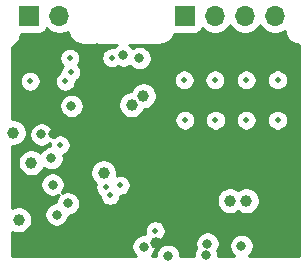
<source format=gbr>
%TF.GenerationSoftware,KiCad,Pcbnew,5.1.9*%
%TF.CreationDate,2021-01-20T22:35:35+01:00*%
%TF.ProjectId,wi-se-rewirable,77692d73-652d-4726-9577-697261626c65,rev?*%
%TF.SameCoordinates,Original*%
%TF.FileFunction,Copper,L2,Inr*%
%TF.FilePolarity,Positive*%
%FSLAX46Y46*%
G04 Gerber Fmt 4.6, Leading zero omitted, Abs format (unit mm)*
G04 Created by KiCad (PCBNEW 5.1.9) date 2021-01-20 22:35:35*
%MOMM*%
%LPD*%
G01*
G04 APERTURE LIST*
%TA.AperFunction,ComponentPad*%
%ADD10R,1.700000X1.700000*%
%TD*%
%TA.AperFunction,ComponentPad*%
%ADD11O,1.700000X1.700000*%
%TD*%
%TA.AperFunction,ViaPad*%
%ADD12C,1.000000*%
%TD*%
%TA.AperFunction,ViaPad*%
%ADD13C,0.800000*%
%TD*%
%TA.AperFunction,ViaPad*%
%ADD14C,0.500000*%
%TD*%
%TA.AperFunction,Conductor*%
%ADD15C,0.254000*%
%TD*%
%TA.AperFunction,Conductor*%
%ADD16C,0.100000*%
%TD*%
G04 APERTURE END LIST*
D10*
%TO.N,RTS*%
%TO.C,J1*%
X104750000Y-65000000D03*
D11*
%TO.N,DTR*%
X107290000Y-65000000D03*
%TD*%
D10*
%TO.N,LINE1*%
%TO.C,J2*%
X117920000Y-65000000D03*
D11*
%TO.N,LINE2*%
X120460000Y-65000000D03*
%TO.N,LINE3*%
X123000000Y-65000000D03*
%TO.N,LINE4*%
X125540000Y-65000000D03*
%TD*%
D12*
%TO.N,VCC*%
X123100000Y-80625000D03*
D13*
%TO.N,GND*%
X118260000Y-77090000D03*
X123490000Y-77090000D03*
X126010000Y-77080000D03*
D14*
X103700000Y-68450000D03*
D12*
X113850000Y-74850000D03*
X114425000Y-73600000D03*
D13*
X110466252Y-67700000D03*
X106750000Y-74950000D03*
D12*
X103850000Y-79450000D03*
X115479044Y-84229269D03*
D13*
X120784034Y-77100965D03*
X127025000Y-83100000D03*
D12*
X113900000Y-76000000D03*
%TO.N,+3V3*%
X103850000Y-82250000D03*
X113400000Y-72500000D03*
X103375000Y-74860000D03*
X114400000Y-71750010D03*
X121725000Y-80625000D03*
D13*
%TO.N,EN*%
X105751724Y-75008722D03*
X108000000Y-80850000D03*
%TO.N,BOOT0*%
X108300000Y-72589998D03*
D14*
X107350000Y-75900000D03*
X111570598Y-80179402D03*
X112419128Y-79330872D03*
%TO.N,RST*%
X111702357Y-68520734D03*
X108250000Y-69750000D03*
X108150000Y-68550000D03*
%TO.N,LED_WIFI*%
X115394863Y-83155137D03*
X111200000Y-79500000D03*
D13*
X106706295Y-79265037D03*
X106600000Y-77020000D03*
%TO.N,Net-(D1-Pad1)*%
X116500000Y-85300000D03*
%TO.N,Net-(D2-Pad1)*%
X119700000Y-85250000D03*
%TO.N,Net-(D3-Pad1)*%
X122700000Y-84450000D03*
%TO.N,Net-(D4-Pad1)*%
X119816841Y-84256848D03*
D14*
%TO.N,TXD*%
X120500000Y-73800000D03*
X117900000Y-73800000D03*
X123100000Y-73800000D03*
X125750000Y-73800000D03*
%TO.N,RXD*%
X117850000Y-70400000D03*
X120450000Y-70400000D03*
X123100000Y-70400000D03*
X125750000Y-70400000D03*
%TO.N,RTS*%
X107793316Y-70517571D03*
X104800001Y-70520818D03*
D13*
%TO.N,Net-(R10-Pad1)*%
X107050000Y-81800000D03*
%TO.N,Net-(R11-Pad1)*%
X114050000Y-68550000D03*
%TO.N,Net-(R12-Pad1)*%
X112677118Y-68321076D03*
%TO.N,Net-(R13-Pad2)*%
X114415030Y-84508335D03*
D12*
%TO.N,Net-(JP18-Pad1)*%
X104901724Y-77420000D03*
X111020000Y-78250000D03*
%TD*%
D15*
%TO.N,GND*%
X124386525Y-65946632D02*
X124593368Y-66153475D01*
X124836589Y-66315990D01*
X125106842Y-66427932D01*
X125393740Y-66485000D01*
X125686260Y-66485000D01*
X125973158Y-66427932D01*
X126243411Y-66315990D01*
X126346169Y-66247330D01*
X126355870Y-66339634D01*
X126367900Y-66398240D01*
X126379107Y-66456992D01*
X126381771Y-66465814D01*
X126416398Y-66577676D01*
X126439578Y-66632819D01*
X126461986Y-66688282D01*
X126466312Y-66696418D01*
X126522007Y-66799425D01*
X126555443Y-66848995D01*
X126588215Y-66899077D01*
X126594040Y-66906218D01*
X126668682Y-66996444D01*
X126711116Y-67038582D01*
X126752978Y-67081331D01*
X126760078Y-67087204D01*
X126850824Y-67161215D01*
X126900620Y-67194299D01*
X126950008Y-67228116D01*
X126958114Y-67232498D01*
X127061507Y-67287474D01*
X127116799Y-67310263D01*
X127171795Y-67333835D01*
X127180598Y-67336559D01*
X127292700Y-67370404D01*
X127351365Y-67382020D01*
X127409889Y-67394460D01*
X127419054Y-67395423D01*
X127535595Y-67406850D01*
X127540000Y-67407282D01*
X127540001Y-85290000D01*
X123305802Y-85290000D01*
X123359774Y-85253937D01*
X123503937Y-85109774D01*
X123617205Y-84940256D01*
X123695226Y-84751898D01*
X123735000Y-84551939D01*
X123735000Y-84348061D01*
X123695226Y-84148102D01*
X123617205Y-83959744D01*
X123503937Y-83790226D01*
X123359774Y-83646063D01*
X123190256Y-83532795D01*
X123001898Y-83454774D01*
X122801939Y-83415000D01*
X122598061Y-83415000D01*
X122398102Y-83454774D01*
X122209744Y-83532795D01*
X122040226Y-83646063D01*
X121896063Y-83790226D01*
X121782795Y-83959744D01*
X121704774Y-84148102D01*
X121665000Y-84348061D01*
X121665000Y-84551939D01*
X121704774Y-84751898D01*
X121782795Y-84940256D01*
X121896063Y-85109774D01*
X122040226Y-85253937D01*
X122094198Y-85290000D01*
X120735000Y-85290000D01*
X120735000Y-85148061D01*
X120695226Y-84948102D01*
X120658686Y-84859888D01*
X120734046Y-84747104D01*
X120812067Y-84558746D01*
X120851841Y-84358787D01*
X120851841Y-84154909D01*
X120812067Y-83954950D01*
X120734046Y-83766592D01*
X120620778Y-83597074D01*
X120476615Y-83452911D01*
X120307097Y-83339643D01*
X120118739Y-83261622D01*
X119918780Y-83221848D01*
X119714902Y-83221848D01*
X119514943Y-83261622D01*
X119326585Y-83339643D01*
X119157067Y-83452911D01*
X119012904Y-83597074D01*
X118899636Y-83766592D01*
X118821615Y-83954950D01*
X118781841Y-84154909D01*
X118781841Y-84358787D01*
X118821615Y-84558746D01*
X118858155Y-84646960D01*
X118782795Y-84759744D01*
X118704774Y-84948102D01*
X118665000Y-85148061D01*
X118665000Y-85290000D01*
X117535000Y-85290000D01*
X117535000Y-85198061D01*
X117495226Y-84998102D01*
X117417205Y-84809744D01*
X117303937Y-84640226D01*
X117159774Y-84496063D01*
X116990256Y-84382795D01*
X116801898Y-84304774D01*
X116601939Y-84265000D01*
X116398061Y-84265000D01*
X116198102Y-84304774D01*
X116009744Y-84382795D01*
X115840226Y-84496063D01*
X115696063Y-84640226D01*
X115582795Y-84809744D01*
X115504774Y-84998102D01*
X115465000Y-85198061D01*
X115465000Y-85290000D01*
X115097076Y-85290000D01*
X115218967Y-85168109D01*
X115332235Y-84998591D01*
X115410256Y-84810233D01*
X115450030Y-84610274D01*
X115450030Y-84406396D01*
X115410256Y-84206437D01*
X115341372Y-84040137D01*
X115482028Y-84040137D01*
X115653008Y-84006127D01*
X115814068Y-83939414D01*
X115959018Y-83842561D01*
X116082287Y-83719292D01*
X116179140Y-83574342D01*
X116245853Y-83413282D01*
X116279863Y-83242302D01*
X116279863Y-83067972D01*
X116245853Y-82896992D01*
X116179140Y-82735932D01*
X116082287Y-82590982D01*
X115959018Y-82467713D01*
X115814068Y-82370860D01*
X115653008Y-82304147D01*
X115482028Y-82270137D01*
X115307698Y-82270137D01*
X115136718Y-82304147D01*
X114975658Y-82370860D01*
X114830708Y-82467713D01*
X114707439Y-82590982D01*
X114610586Y-82735932D01*
X114543873Y-82896992D01*
X114509863Y-83067972D01*
X114509863Y-83242302D01*
X114543873Y-83413282D01*
X114573397Y-83484559D01*
X114516969Y-83473335D01*
X114313091Y-83473335D01*
X114113132Y-83513109D01*
X113924774Y-83591130D01*
X113755256Y-83704398D01*
X113611093Y-83848561D01*
X113497825Y-84018079D01*
X113419804Y-84206437D01*
X113380030Y-84406396D01*
X113380030Y-84610274D01*
X113419804Y-84810233D01*
X113497825Y-84998591D01*
X113611093Y-85168109D01*
X113732984Y-85290000D01*
X103310000Y-85290000D01*
X103310000Y-83254236D01*
X103312376Y-83255824D01*
X103518933Y-83341383D01*
X103738212Y-83385000D01*
X103961788Y-83385000D01*
X104181067Y-83341383D01*
X104387624Y-83255824D01*
X104573520Y-83131612D01*
X104731612Y-82973520D01*
X104855824Y-82787624D01*
X104941383Y-82581067D01*
X104985000Y-82361788D01*
X104985000Y-82138212D01*
X104941383Y-81918933D01*
X104855824Y-81712376D01*
X104731612Y-81526480D01*
X104573520Y-81368388D01*
X104387624Y-81244176D01*
X104181067Y-81158617D01*
X103961788Y-81115000D01*
X103738212Y-81115000D01*
X103518933Y-81158617D01*
X103312376Y-81244176D01*
X103310000Y-81245764D01*
X103310000Y-79163098D01*
X105671295Y-79163098D01*
X105671295Y-79366976D01*
X105711069Y-79566935D01*
X105789090Y-79755293D01*
X105902358Y-79924811D01*
X106046521Y-80068974D01*
X106216039Y-80182242D01*
X106404397Y-80260263D01*
X106604356Y-80300037D01*
X106808234Y-80300037D01*
X107008193Y-80260263D01*
X107196551Y-80182242D01*
X107219141Y-80167148D01*
X107196063Y-80190226D01*
X107082795Y-80359744D01*
X107004774Y-80548102D01*
X106965000Y-80748061D01*
X106965000Y-80765000D01*
X106948061Y-80765000D01*
X106748102Y-80804774D01*
X106559744Y-80882795D01*
X106390226Y-80996063D01*
X106246063Y-81140226D01*
X106132795Y-81309744D01*
X106054774Y-81498102D01*
X106015000Y-81698061D01*
X106015000Y-81901939D01*
X106054774Y-82101898D01*
X106132795Y-82290256D01*
X106246063Y-82459774D01*
X106390226Y-82603937D01*
X106559744Y-82717205D01*
X106748102Y-82795226D01*
X106948061Y-82835000D01*
X107151939Y-82835000D01*
X107351898Y-82795226D01*
X107540256Y-82717205D01*
X107709774Y-82603937D01*
X107853937Y-82459774D01*
X107967205Y-82290256D01*
X108045226Y-82101898D01*
X108085000Y-81901939D01*
X108085000Y-81885000D01*
X108101939Y-81885000D01*
X108301898Y-81845226D01*
X108490256Y-81767205D01*
X108659774Y-81653937D01*
X108803937Y-81509774D01*
X108917205Y-81340256D01*
X108995226Y-81151898D01*
X109035000Y-80951939D01*
X109035000Y-80748061D01*
X108995226Y-80548102D01*
X108917205Y-80359744D01*
X108803937Y-80190226D01*
X108659774Y-80046063D01*
X108490256Y-79932795D01*
X108301898Y-79854774D01*
X108101939Y-79815000D01*
X107898061Y-79815000D01*
X107698102Y-79854774D01*
X107509744Y-79932795D01*
X107487154Y-79947889D01*
X107510232Y-79924811D01*
X107623500Y-79755293D01*
X107701521Y-79566935D01*
X107741295Y-79366976D01*
X107741295Y-79163098D01*
X107701521Y-78963139D01*
X107623500Y-78774781D01*
X107510232Y-78605263D01*
X107366069Y-78461100D01*
X107196551Y-78347832D01*
X107008193Y-78269811D01*
X106808234Y-78230037D01*
X106604356Y-78230037D01*
X106404397Y-78269811D01*
X106216039Y-78347832D01*
X106046521Y-78461100D01*
X105902358Y-78605263D01*
X105789090Y-78774781D01*
X105711069Y-78963139D01*
X105671295Y-79163098D01*
X103310000Y-79163098D01*
X103310000Y-77308212D01*
X103766724Y-77308212D01*
X103766724Y-77531788D01*
X103810341Y-77751067D01*
X103895900Y-77957624D01*
X104020112Y-78143520D01*
X104178204Y-78301612D01*
X104364100Y-78425824D01*
X104570657Y-78511383D01*
X104789936Y-78555000D01*
X105013512Y-78555000D01*
X105232791Y-78511383D01*
X105439348Y-78425824D01*
X105625244Y-78301612D01*
X105783336Y-78143520D01*
X105786882Y-78138212D01*
X109885000Y-78138212D01*
X109885000Y-78361788D01*
X109928617Y-78581067D01*
X110014176Y-78787624D01*
X110138388Y-78973520D01*
X110296480Y-79131612D01*
X110373388Y-79183001D01*
X110349010Y-79241855D01*
X110315000Y-79412835D01*
X110315000Y-79587165D01*
X110349010Y-79758145D01*
X110415723Y-79919205D01*
X110512576Y-80064155D01*
X110635845Y-80187424D01*
X110685598Y-80220668D01*
X110685598Y-80266567D01*
X110719608Y-80437547D01*
X110786321Y-80598607D01*
X110883174Y-80743557D01*
X111006443Y-80866826D01*
X111151393Y-80963679D01*
X111312453Y-81030392D01*
X111483433Y-81064402D01*
X111657763Y-81064402D01*
X111828743Y-81030392D01*
X111989803Y-80963679D01*
X112134753Y-80866826D01*
X112258022Y-80743557D01*
X112354875Y-80598607D01*
X112390246Y-80513212D01*
X120590000Y-80513212D01*
X120590000Y-80736788D01*
X120633617Y-80956067D01*
X120719176Y-81162624D01*
X120843388Y-81348520D01*
X121001480Y-81506612D01*
X121187376Y-81630824D01*
X121393933Y-81716383D01*
X121613212Y-81760000D01*
X121836788Y-81760000D01*
X122056067Y-81716383D01*
X122262624Y-81630824D01*
X122412500Y-81530680D01*
X122562376Y-81630824D01*
X122768933Y-81716383D01*
X122988212Y-81760000D01*
X123211788Y-81760000D01*
X123431067Y-81716383D01*
X123637624Y-81630824D01*
X123823520Y-81506612D01*
X123981612Y-81348520D01*
X124105824Y-81162624D01*
X124191383Y-80956067D01*
X124235000Y-80736788D01*
X124235000Y-80513212D01*
X124191383Y-80293933D01*
X124105824Y-80087376D01*
X123981612Y-79901480D01*
X123823520Y-79743388D01*
X123637624Y-79619176D01*
X123431067Y-79533617D01*
X123211788Y-79490000D01*
X122988212Y-79490000D01*
X122768933Y-79533617D01*
X122562376Y-79619176D01*
X122412500Y-79719320D01*
X122262624Y-79619176D01*
X122056067Y-79533617D01*
X121836788Y-79490000D01*
X121613212Y-79490000D01*
X121393933Y-79533617D01*
X121187376Y-79619176D01*
X121001480Y-79743388D01*
X120843388Y-79901480D01*
X120719176Y-80087376D01*
X120633617Y-80293933D01*
X120590000Y-80513212D01*
X112390246Y-80513212D01*
X112421588Y-80437547D01*
X112455598Y-80266567D01*
X112455598Y-80215872D01*
X112506293Y-80215872D01*
X112677273Y-80181862D01*
X112838333Y-80115149D01*
X112983283Y-80018296D01*
X113106552Y-79895027D01*
X113203405Y-79750077D01*
X113270118Y-79589017D01*
X113304128Y-79418037D01*
X113304128Y-79243707D01*
X113270118Y-79072727D01*
X113203405Y-78911667D01*
X113106552Y-78766717D01*
X112983283Y-78643448D01*
X112838333Y-78546595D01*
X112677273Y-78479882D01*
X112506293Y-78445872D01*
X112331963Y-78445872D01*
X112160983Y-78479882D01*
X112128863Y-78493186D01*
X112155000Y-78361788D01*
X112155000Y-78138212D01*
X112111383Y-77918933D01*
X112025824Y-77712376D01*
X111901612Y-77526480D01*
X111743520Y-77368388D01*
X111557624Y-77244176D01*
X111351067Y-77158617D01*
X111131788Y-77115000D01*
X110908212Y-77115000D01*
X110688933Y-77158617D01*
X110482376Y-77244176D01*
X110296480Y-77368388D01*
X110138388Y-77526480D01*
X110014176Y-77712376D01*
X109928617Y-77918933D01*
X109885000Y-78138212D01*
X105786882Y-78138212D01*
X105907548Y-77957624D01*
X105958003Y-77835815D01*
X106109744Y-77937205D01*
X106298102Y-78015226D01*
X106498061Y-78055000D01*
X106701939Y-78055000D01*
X106901898Y-78015226D01*
X107090256Y-77937205D01*
X107259774Y-77823937D01*
X107403937Y-77679774D01*
X107517205Y-77510256D01*
X107595226Y-77321898D01*
X107635000Y-77121939D01*
X107635000Y-76918061D01*
X107602010Y-76752210D01*
X107608145Y-76750990D01*
X107769205Y-76684277D01*
X107914155Y-76587424D01*
X108037424Y-76464155D01*
X108134277Y-76319205D01*
X108200990Y-76158145D01*
X108235000Y-75987165D01*
X108235000Y-75812835D01*
X108200990Y-75641855D01*
X108134277Y-75480795D01*
X108037424Y-75335845D01*
X107914155Y-75212576D01*
X107769205Y-75115723D01*
X107608145Y-75049010D01*
X107437165Y-75015000D01*
X107262835Y-75015000D01*
X107091855Y-75049010D01*
X106930795Y-75115723D01*
X106785845Y-75212576D01*
X106761637Y-75236784D01*
X106786724Y-75110661D01*
X106786724Y-74906783D01*
X106746950Y-74706824D01*
X106668929Y-74518466D01*
X106555661Y-74348948D01*
X106411498Y-74204785D01*
X106241980Y-74091517D01*
X106053622Y-74013496D01*
X105853663Y-73973722D01*
X105649785Y-73973722D01*
X105449826Y-74013496D01*
X105261468Y-74091517D01*
X105091950Y-74204785D01*
X104947787Y-74348948D01*
X104834519Y-74518466D01*
X104756498Y-74706824D01*
X104716724Y-74906783D01*
X104716724Y-75110661D01*
X104756498Y-75310620D01*
X104834519Y-75498978D01*
X104947787Y-75668496D01*
X105091950Y-75812659D01*
X105261468Y-75925927D01*
X105449826Y-76003948D01*
X105649785Y-76043722D01*
X105853663Y-76043722D01*
X106053622Y-76003948D01*
X106241980Y-75925927D01*
X106411498Y-75812659D01*
X106478328Y-75745829D01*
X106465000Y-75812835D01*
X106465000Y-75987165D01*
X106465844Y-75991408D01*
X106298102Y-76024774D01*
X106109744Y-76102795D01*
X105940226Y-76216063D01*
X105796063Y-76360226D01*
X105682795Y-76529744D01*
X105663407Y-76576551D01*
X105625244Y-76538388D01*
X105439348Y-76414176D01*
X105232791Y-76328617D01*
X105013512Y-76285000D01*
X104789936Y-76285000D01*
X104570657Y-76328617D01*
X104364100Y-76414176D01*
X104178204Y-76538388D01*
X104020112Y-76696480D01*
X103895900Y-76882376D01*
X103810341Y-77088933D01*
X103766724Y-77308212D01*
X103310000Y-77308212D01*
X103310000Y-75995000D01*
X103486788Y-75995000D01*
X103706067Y-75951383D01*
X103912624Y-75865824D01*
X104098520Y-75741612D01*
X104256612Y-75583520D01*
X104380824Y-75397624D01*
X104466383Y-75191067D01*
X104510000Y-74971788D01*
X104510000Y-74748212D01*
X104466383Y-74528933D01*
X104380824Y-74322376D01*
X104256612Y-74136480D01*
X104098520Y-73978388D01*
X103912624Y-73854176D01*
X103706067Y-73768617D01*
X103486788Y-73725000D01*
X103310000Y-73725000D01*
X103310000Y-73712835D01*
X117015000Y-73712835D01*
X117015000Y-73887165D01*
X117049010Y-74058145D01*
X117115723Y-74219205D01*
X117212576Y-74364155D01*
X117335845Y-74487424D01*
X117480795Y-74584277D01*
X117641855Y-74650990D01*
X117812835Y-74685000D01*
X117987165Y-74685000D01*
X118158145Y-74650990D01*
X118319205Y-74584277D01*
X118464155Y-74487424D01*
X118587424Y-74364155D01*
X118684277Y-74219205D01*
X118750990Y-74058145D01*
X118785000Y-73887165D01*
X118785000Y-73712835D01*
X119615000Y-73712835D01*
X119615000Y-73887165D01*
X119649010Y-74058145D01*
X119715723Y-74219205D01*
X119812576Y-74364155D01*
X119935845Y-74487424D01*
X120080795Y-74584277D01*
X120241855Y-74650990D01*
X120412835Y-74685000D01*
X120587165Y-74685000D01*
X120758145Y-74650990D01*
X120919205Y-74584277D01*
X121064155Y-74487424D01*
X121187424Y-74364155D01*
X121284277Y-74219205D01*
X121350990Y-74058145D01*
X121385000Y-73887165D01*
X121385000Y-73712835D01*
X122215000Y-73712835D01*
X122215000Y-73887165D01*
X122249010Y-74058145D01*
X122315723Y-74219205D01*
X122412576Y-74364155D01*
X122535845Y-74487424D01*
X122680795Y-74584277D01*
X122841855Y-74650990D01*
X123012835Y-74685000D01*
X123187165Y-74685000D01*
X123358145Y-74650990D01*
X123519205Y-74584277D01*
X123664155Y-74487424D01*
X123787424Y-74364155D01*
X123884277Y-74219205D01*
X123950990Y-74058145D01*
X123985000Y-73887165D01*
X123985000Y-73712835D01*
X124865000Y-73712835D01*
X124865000Y-73887165D01*
X124899010Y-74058145D01*
X124965723Y-74219205D01*
X125062576Y-74364155D01*
X125185845Y-74487424D01*
X125330795Y-74584277D01*
X125491855Y-74650990D01*
X125662835Y-74685000D01*
X125837165Y-74685000D01*
X126008145Y-74650990D01*
X126169205Y-74584277D01*
X126314155Y-74487424D01*
X126437424Y-74364155D01*
X126534277Y-74219205D01*
X126600990Y-74058145D01*
X126635000Y-73887165D01*
X126635000Y-73712835D01*
X126600990Y-73541855D01*
X126534277Y-73380795D01*
X126437424Y-73235845D01*
X126314155Y-73112576D01*
X126169205Y-73015723D01*
X126008145Y-72949010D01*
X125837165Y-72915000D01*
X125662835Y-72915000D01*
X125491855Y-72949010D01*
X125330795Y-73015723D01*
X125185845Y-73112576D01*
X125062576Y-73235845D01*
X124965723Y-73380795D01*
X124899010Y-73541855D01*
X124865000Y-73712835D01*
X123985000Y-73712835D01*
X123950990Y-73541855D01*
X123884277Y-73380795D01*
X123787424Y-73235845D01*
X123664155Y-73112576D01*
X123519205Y-73015723D01*
X123358145Y-72949010D01*
X123187165Y-72915000D01*
X123012835Y-72915000D01*
X122841855Y-72949010D01*
X122680795Y-73015723D01*
X122535845Y-73112576D01*
X122412576Y-73235845D01*
X122315723Y-73380795D01*
X122249010Y-73541855D01*
X122215000Y-73712835D01*
X121385000Y-73712835D01*
X121350990Y-73541855D01*
X121284277Y-73380795D01*
X121187424Y-73235845D01*
X121064155Y-73112576D01*
X120919205Y-73015723D01*
X120758145Y-72949010D01*
X120587165Y-72915000D01*
X120412835Y-72915000D01*
X120241855Y-72949010D01*
X120080795Y-73015723D01*
X119935845Y-73112576D01*
X119812576Y-73235845D01*
X119715723Y-73380795D01*
X119649010Y-73541855D01*
X119615000Y-73712835D01*
X118785000Y-73712835D01*
X118750990Y-73541855D01*
X118684277Y-73380795D01*
X118587424Y-73235845D01*
X118464155Y-73112576D01*
X118319205Y-73015723D01*
X118158145Y-72949010D01*
X117987165Y-72915000D01*
X117812835Y-72915000D01*
X117641855Y-72949010D01*
X117480795Y-73015723D01*
X117335845Y-73112576D01*
X117212576Y-73235845D01*
X117115723Y-73380795D01*
X117049010Y-73541855D01*
X117015000Y-73712835D01*
X103310000Y-73712835D01*
X103310000Y-72488059D01*
X107265000Y-72488059D01*
X107265000Y-72691937D01*
X107304774Y-72891896D01*
X107382795Y-73080254D01*
X107496063Y-73249772D01*
X107640226Y-73393935D01*
X107809744Y-73507203D01*
X107998102Y-73585224D01*
X108198061Y-73624998D01*
X108401939Y-73624998D01*
X108601898Y-73585224D01*
X108790256Y-73507203D01*
X108959774Y-73393935D01*
X109103937Y-73249772D01*
X109217205Y-73080254D01*
X109295226Y-72891896D01*
X109335000Y-72691937D01*
X109335000Y-72488059D01*
X109315140Y-72388212D01*
X112265000Y-72388212D01*
X112265000Y-72611788D01*
X112308617Y-72831067D01*
X112394176Y-73037624D01*
X112518388Y-73223520D01*
X112676480Y-73381612D01*
X112862376Y-73505824D01*
X113068933Y-73591383D01*
X113288212Y-73635000D01*
X113511788Y-73635000D01*
X113731067Y-73591383D01*
X113937624Y-73505824D01*
X114123520Y-73381612D01*
X114281612Y-73223520D01*
X114405824Y-73037624D01*
X114469039Y-72885010D01*
X114511788Y-72885010D01*
X114731067Y-72841393D01*
X114937624Y-72755834D01*
X115123520Y-72631622D01*
X115281612Y-72473530D01*
X115405824Y-72287634D01*
X115491383Y-72081077D01*
X115535000Y-71861798D01*
X115535000Y-71638222D01*
X115491383Y-71418943D01*
X115405824Y-71212386D01*
X115281612Y-71026490D01*
X115123520Y-70868398D01*
X114937624Y-70744186D01*
X114731067Y-70658627D01*
X114511788Y-70615010D01*
X114288212Y-70615010D01*
X114068933Y-70658627D01*
X113862376Y-70744186D01*
X113676480Y-70868398D01*
X113518388Y-71026490D01*
X113394176Y-71212386D01*
X113330961Y-71365000D01*
X113288212Y-71365000D01*
X113068933Y-71408617D01*
X112862376Y-71494176D01*
X112676480Y-71618388D01*
X112518388Y-71776480D01*
X112394176Y-71962376D01*
X112308617Y-72168933D01*
X112265000Y-72388212D01*
X109315140Y-72388212D01*
X109295226Y-72288100D01*
X109217205Y-72099742D01*
X109103937Y-71930224D01*
X108959774Y-71786061D01*
X108790256Y-71672793D01*
X108601898Y-71594772D01*
X108401939Y-71554998D01*
X108198061Y-71554998D01*
X107998102Y-71594772D01*
X107809744Y-71672793D01*
X107640226Y-71786061D01*
X107496063Y-71930224D01*
X107382795Y-72099742D01*
X107304774Y-72288100D01*
X107265000Y-72488059D01*
X103310000Y-72488059D01*
X103310000Y-70433653D01*
X103915001Y-70433653D01*
X103915001Y-70607983D01*
X103949011Y-70778963D01*
X104015724Y-70940023D01*
X104112577Y-71084973D01*
X104235846Y-71208242D01*
X104380796Y-71305095D01*
X104541856Y-71371808D01*
X104712836Y-71405818D01*
X104887166Y-71405818D01*
X105058146Y-71371808D01*
X105219206Y-71305095D01*
X105364156Y-71208242D01*
X105487425Y-71084973D01*
X105584278Y-70940023D01*
X105650991Y-70778963D01*
X105685001Y-70607983D01*
X105685001Y-70433653D01*
X105684356Y-70430406D01*
X106908316Y-70430406D01*
X106908316Y-70604736D01*
X106942326Y-70775716D01*
X107009039Y-70936776D01*
X107105892Y-71081726D01*
X107229161Y-71204995D01*
X107374111Y-71301848D01*
X107535171Y-71368561D01*
X107706151Y-71402571D01*
X107880481Y-71402571D01*
X108051461Y-71368561D01*
X108212521Y-71301848D01*
X108357471Y-71204995D01*
X108480740Y-71081726D01*
X108577593Y-70936776D01*
X108644306Y-70775716D01*
X108678316Y-70604736D01*
X108678316Y-70528189D01*
X108814155Y-70437424D01*
X108937424Y-70314155D01*
X108938306Y-70312835D01*
X116965000Y-70312835D01*
X116965000Y-70487165D01*
X116999010Y-70658145D01*
X117065723Y-70819205D01*
X117162576Y-70964155D01*
X117285845Y-71087424D01*
X117430795Y-71184277D01*
X117591855Y-71250990D01*
X117762835Y-71285000D01*
X117937165Y-71285000D01*
X118108145Y-71250990D01*
X118269205Y-71184277D01*
X118414155Y-71087424D01*
X118537424Y-70964155D01*
X118634277Y-70819205D01*
X118700990Y-70658145D01*
X118735000Y-70487165D01*
X118735000Y-70312835D01*
X119565000Y-70312835D01*
X119565000Y-70487165D01*
X119599010Y-70658145D01*
X119665723Y-70819205D01*
X119762576Y-70964155D01*
X119885845Y-71087424D01*
X120030795Y-71184277D01*
X120191855Y-71250990D01*
X120362835Y-71285000D01*
X120537165Y-71285000D01*
X120708145Y-71250990D01*
X120869205Y-71184277D01*
X121014155Y-71087424D01*
X121137424Y-70964155D01*
X121234277Y-70819205D01*
X121300990Y-70658145D01*
X121335000Y-70487165D01*
X121335000Y-70312835D01*
X122215000Y-70312835D01*
X122215000Y-70487165D01*
X122249010Y-70658145D01*
X122315723Y-70819205D01*
X122412576Y-70964155D01*
X122535845Y-71087424D01*
X122680795Y-71184277D01*
X122841855Y-71250990D01*
X123012835Y-71285000D01*
X123187165Y-71285000D01*
X123358145Y-71250990D01*
X123519205Y-71184277D01*
X123664155Y-71087424D01*
X123787424Y-70964155D01*
X123884277Y-70819205D01*
X123950990Y-70658145D01*
X123985000Y-70487165D01*
X123985000Y-70312835D01*
X124865000Y-70312835D01*
X124865000Y-70487165D01*
X124899010Y-70658145D01*
X124965723Y-70819205D01*
X125062576Y-70964155D01*
X125185845Y-71087424D01*
X125330795Y-71184277D01*
X125491855Y-71250990D01*
X125662835Y-71285000D01*
X125837165Y-71285000D01*
X126008145Y-71250990D01*
X126169205Y-71184277D01*
X126314155Y-71087424D01*
X126437424Y-70964155D01*
X126534277Y-70819205D01*
X126600990Y-70658145D01*
X126635000Y-70487165D01*
X126635000Y-70312835D01*
X126600990Y-70141855D01*
X126534277Y-69980795D01*
X126437424Y-69835845D01*
X126314155Y-69712576D01*
X126169205Y-69615723D01*
X126008145Y-69549010D01*
X125837165Y-69515000D01*
X125662835Y-69515000D01*
X125491855Y-69549010D01*
X125330795Y-69615723D01*
X125185845Y-69712576D01*
X125062576Y-69835845D01*
X124965723Y-69980795D01*
X124899010Y-70141855D01*
X124865000Y-70312835D01*
X123985000Y-70312835D01*
X123950990Y-70141855D01*
X123884277Y-69980795D01*
X123787424Y-69835845D01*
X123664155Y-69712576D01*
X123519205Y-69615723D01*
X123358145Y-69549010D01*
X123187165Y-69515000D01*
X123012835Y-69515000D01*
X122841855Y-69549010D01*
X122680795Y-69615723D01*
X122535845Y-69712576D01*
X122412576Y-69835845D01*
X122315723Y-69980795D01*
X122249010Y-70141855D01*
X122215000Y-70312835D01*
X121335000Y-70312835D01*
X121300990Y-70141855D01*
X121234277Y-69980795D01*
X121137424Y-69835845D01*
X121014155Y-69712576D01*
X120869205Y-69615723D01*
X120708145Y-69549010D01*
X120537165Y-69515000D01*
X120362835Y-69515000D01*
X120191855Y-69549010D01*
X120030795Y-69615723D01*
X119885845Y-69712576D01*
X119762576Y-69835845D01*
X119665723Y-69980795D01*
X119599010Y-70141855D01*
X119565000Y-70312835D01*
X118735000Y-70312835D01*
X118700990Y-70141855D01*
X118634277Y-69980795D01*
X118537424Y-69835845D01*
X118414155Y-69712576D01*
X118269205Y-69615723D01*
X118108145Y-69549010D01*
X117937165Y-69515000D01*
X117762835Y-69515000D01*
X117591855Y-69549010D01*
X117430795Y-69615723D01*
X117285845Y-69712576D01*
X117162576Y-69835845D01*
X117065723Y-69980795D01*
X116999010Y-70141855D01*
X116965000Y-70312835D01*
X108938306Y-70312835D01*
X109034277Y-70169205D01*
X109100990Y-70008145D01*
X109135000Y-69837165D01*
X109135000Y-69662835D01*
X109100990Y-69491855D01*
X109034277Y-69330795D01*
X108937424Y-69185845D01*
X108848763Y-69097184D01*
X108934277Y-68969205D01*
X109000990Y-68808145D01*
X109035000Y-68637165D01*
X109035000Y-68462835D01*
X109000990Y-68291855D01*
X108934277Y-68130795D01*
X108837424Y-67985845D01*
X108714155Y-67862576D01*
X108569205Y-67765723D01*
X108408145Y-67699010D01*
X108237165Y-67665000D01*
X108062835Y-67665000D01*
X107891855Y-67699010D01*
X107730795Y-67765723D01*
X107585845Y-67862576D01*
X107462576Y-67985845D01*
X107365723Y-68130795D01*
X107299010Y-68291855D01*
X107265000Y-68462835D01*
X107265000Y-68637165D01*
X107299010Y-68808145D01*
X107365723Y-68969205D01*
X107462576Y-69114155D01*
X107551237Y-69202816D01*
X107465723Y-69330795D01*
X107399010Y-69491855D01*
X107365000Y-69662835D01*
X107365000Y-69739382D01*
X107229161Y-69830147D01*
X107105892Y-69953416D01*
X107009039Y-70098366D01*
X106942326Y-70259426D01*
X106908316Y-70430406D01*
X105684356Y-70430406D01*
X105650991Y-70262673D01*
X105584278Y-70101613D01*
X105487425Y-69956663D01*
X105364156Y-69833394D01*
X105219206Y-69736541D01*
X105058146Y-69669828D01*
X104887166Y-69635818D01*
X104712836Y-69635818D01*
X104541856Y-69669828D01*
X104380796Y-69736541D01*
X104235846Y-69833394D01*
X104112577Y-69956663D01*
X104015724Y-70101613D01*
X103949011Y-70262673D01*
X103915001Y-70433653D01*
X103310000Y-70433653D01*
X103310000Y-67576344D01*
X103399425Y-67527993D01*
X103448995Y-67494557D01*
X103499077Y-67461785D01*
X103506218Y-67455960D01*
X103596444Y-67381318D01*
X103638582Y-67338884D01*
X103681331Y-67297022D01*
X103687204Y-67289922D01*
X103761215Y-67199176D01*
X103794299Y-67149380D01*
X103828116Y-67099992D01*
X103832498Y-67091886D01*
X103887474Y-66988493D01*
X103910263Y-66933201D01*
X103933835Y-66878205D01*
X103936559Y-66869402D01*
X103970404Y-66757300D01*
X103982020Y-66698635D01*
X103994460Y-66640111D01*
X103995423Y-66630946D01*
X104006850Y-66514405D01*
X104006850Y-66514402D01*
X104009443Y-66488072D01*
X105600000Y-66488072D01*
X105724482Y-66475812D01*
X105844180Y-66439502D01*
X105954494Y-66380537D01*
X106051185Y-66301185D01*
X106130537Y-66204494D01*
X106189502Y-66094180D01*
X106211513Y-66021620D01*
X106343368Y-66153475D01*
X106586589Y-66315990D01*
X106856842Y-66427932D01*
X107143740Y-66485000D01*
X107436260Y-66485000D01*
X107723158Y-66427932D01*
X107993411Y-66315990D01*
X108002730Y-66309763D01*
X108005870Y-66339634D01*
X108017900Y-66398240D01*
X108029107Y-66456992D01*
X108031771Y-66465814D01*
X108066398Y-66577676D01*
X108089578Y-66632819D01*
X108111986Y-66688282D01*
X108116312Y-66696418D01*
X108172007Y-66799425D01*
X108205443Y-66848995D01*
X108238215Y-66899077D01*
X108244040Y-66906218D01*
X108318682Y-66996444D01*
X108361116Y-67038582D01*
X108402978Y-67081331D01*
X108410078Y-67087204D01*
X108500824Y-67161215D01*
X108550620Y-67194299D01*
X108600008Y-67228116D01*
X108608114Y-67232498D01*
X108711507Y-67287474D01*
X108766799Y-67310263D01*
X108821795Y-67333835D01*
X108830598Y-67336559D01*
X108942700Y-67370404D01*
X109001365Y-67382020D01*
X109059889Y-67394460D01*
X109069054Y-67395423D01*
X109185595Y-67406850D01*
X109185598Y-67406850D01*
X109217581Y-67410000D01*
X112177689Y-67410000D01*
X112017344Y-67517139D01*
X111880627Y-67653856D01*
X111789522Y-67635734D01*
X111615192Y-67635734D01*
X111444212Y-67669744D01*
X111283152Y-67736457D01*
X111138202Y-67833310D01*
X111014933Y-67956579D01*
X110918080Y-68101529D01*
X110851367Y-68262589D01*
X110817357Y-68433569D01*
X110817357Y-68607899D01*
X110851367Y-68778879D01*
X110918080Y-68939939D01*
X111014933Y-69084889D01*
X111138202Y-69208158D01*
X111283152Y-69305011D01*
X111444212Y-69371724D01*
X111615192Y-69405734D01*
X111789522Y-69405734D01*
X111960502Y-69371724D01*
X112121562Y-69305011D01*
X112208201Y-69247120D01*
X112375220Y-69316302D01*
X112575179Y-69356076D01*
X112779057Y-69356076D01*
X112979016Y-69316302D01*
X113167374Y-69238281D01*
X113234944Y-69193133D01*
X113246063Y-69209774D01*
X113390226Y-69353937D01*
X113559744Y-69467205D01*
X113748102Y-69545226D01*
X113948061Y-69585000D01*
X114151939Y-69585000D01*
X114351898Y-69545226D01*
X114540256Y-69467205D01*
X114709774Y-69353937D01*
X114853937Y-69209774D01*
X114967205Y-69040256D01*
X115045226Y-68851898D01*
X115085000Y-68651939D01*
X115085000Y-68448061D01*
X115045226Y-68248102D01*
X114967205Y-68059744D01*
X114853937Y-67890226D01*
X114709774Y-67746063D01*
X114540256Y-67632795D01*
X114351898Y-67554774D01*
X114151939Y-67515000D01*
X113948061Y-67515000D01*
X113748102Y-67554774D01*
X113559744Y-67632795D01*
X113492174Y-67677943D01*
X113481055Y-67661302D01*
X113336892Y-67517139D01*
X113176547Y-67410000D01*
X115832419Y-67410000D01*
X115860403Y-67407244D01*
X115864005Y-67407269D01*
X115873177Y-67406370D01*
X115989634Y-67394130D01*
X116048240Y-67382100D01*
X116106992Y-67370893D01*
X116115814Y-67368229D01*
X116227676Y-67333602D01*
X116282819Y-67310422D01*
X116338282Y-67288014D01*
X116346418Y-67283688D01*
X116449425Y-67227993D01*
X116498995Y-67194557D01*
X116549077Y-67161785D01*
X116556218Y-67155960D01*
X116646444Y-67081318D01*
X116688582Y-67038884D01*
X116731331Y-66997022D01*
X116737204Y-66989922D01*
X116811215Y-66899176D01*
X116844299Y-66849380D01*
X116878116Y-66799992D01*
X116882498Y-66791886D01*
X116937474Y-66688493D01*
X116960263Y-66633201D01*
X116983835Y-66578205D01*
X116986559Y-66569402D01*
X117012814Y-66482440D01*
X117070000Y-66488072D01*
X118770000Y-66488072D01*
X118894482Y-66475812D01*
X119014180Y-66439502D01*
X119124494Y-66380537D01*
X119221185Y-66301185D01*
X119300537Y-66204494D01*
X119359502Y-66094180D01*
X119381513Y-66021620D01*
X119513368Y-66153475D01*
X119756589Y-66315990D01*
X120026842Y-66427932D01*
X120313740Y-66485000D01*
X120606260Y-66485000D01*
X120893158Y-66427932D01*
X121163411Y-66315990D01*
X121406632Y-66153475D01*
X121613475Y-65946632D01*
X121730000Y-65772240D01*
X121846525Y-65946632D01*
X122053368Y-66153475D01*
X122296589Y-66315990D01*
X122566842Y-66427932D01*
X122853740Y-66485000D01*
X123146260Y-66485000D01*
X123433158Y-66427932D01*
X123703411Y-66315990D01*
X123946632Y-66153475D01*
X124153475Y-65946632D01*
X124270000Y-65772240D01*
X124386525Y-65946632D01*
%TA.AperFunction,Conductor*%
D16*
G36*
X124386525Y-65946632D02*
G01*
X124593368Y-66153475D01*
X124836589Y-66315990D01*
X125106842Y-66427932D01*
X125393740Y-66485000D01*
X125686260Y-66485000D01*
X125973158Y-66427932D01*
X126243411Y-66315990D01*
X126346169Y-66247330D01*
X126355870Y-66339634D01*
X126367900Y-66398240D01*
X126379107Y-66456992D01*
X126381771Y-66465814D01*
X126416398Y-66577676D01*
X126439578Y-66632819D01*
X126461986Y-66688282D01*
X126466312Y-66696418D01*
X126522007Y-66799425D01*
X126555443Y-66848995D01*
X126588215Y-66899077D01*
X126594040Y-66906218D01*
X126668682Y-66996444D01*
X126711116Y-67038582D01*
X126752978Y-67081331D01*
X126760078Y-67087204D01*
X126850824Y-67161215D01*
X126900620Y-67194299D01*
X126950008Y-67228116D01*
X126958114Y-67232498D01*
X127061507Y-67287474D01*
X127116799Y-67310263D01*
X127171795Y-67333835D01*
X127180598Y-67336559D01*
X127292700Y-67370404D01*
X127351365Y-67382020D01*
X127409889Y-67394460D01*
X127419054Y-67395423D01*
X127535595Y-67406850D01*
X127540000Y-67407282D01*
X127540001Y-85290000D01*
X123305802Y-85290000D01*
X123359774Y-85253937D01*
X123503937Y-85109774D01*
X123617205Y-84940256D01*
X123695226Y-84751898D01*
X123735000Y-84551939D01*
X123735000Y-84348061D01*
X123695226Y-84148102D01*
X123617205Y-83959744D01*
X123503937Y-83790226D01*
X123359774Y-83646063D01*
X123190256Y-83532795D01*
X123001898Y-83454774D01*
X122801939Y-83415000D01*
X122598061Y-83415000D01*
X122398102Y-83454774D01*
X122209744Y-83532795D01*
X122040226Y-83646063D01*
X121896063Y-83790226D01*
X121782795Y-83959744D01*
X121704774Y-84148102D01*
X121665000Y-84348061D01*
X121665000Y-84551939D01*
X121704774Y-84751898D01*
X121782795Y-84940256D01*
X121896063Y-85109774D01*
X122040226Y-85253937D01*
X122094198Y-85290000D01*
X120735000Y-85290000D01*
X120735000Y-85148061D01*
X120695226Y-84948102D01*
X120658686Y-84859888D01*
X120734046Y-84747104D01*
X120812067Y-84558746D01*
X120851841Y-84358787D01*
X120851841Y-84154909D01*
X120812067Y-83954950D01*
X120734046Y-83766592D01*
X120620778Y-83597074D01*
X120476615Y-83452911D01*
X120307097Y-83339643D01*
X120118739Y-83261622D01*
X119918780Y-83221848D01*
X119714902Y-83221848D01*
X119514943Y-83261622D01*
X119326585Y-83339643D01*
X119157067Y-83452911D01*
X119012904Y-83597074D01*
X118899636Y-83766592D01*
X118821615Y-83954950D01*
X118781841Y-84154909D01*
X118781841Y-84358787D01*
X118821615Y-84558746D01*
X118858155Y-84646960D01*
X118782795Y-84759744D01*
X118704774Y-84948102D01*
X118665000Y-85148061D01*
X118665000Y-85290000D01*
X117535000Y-85290000D01*
X117535000Y-85198061D01*
X117495226Y-84998102D01*
X117417205Y-84809744D01*
X117303937Y-84640226D01*
X117159774Y-84496063D01*
X116990256Y-84382795D01*
X116801898Y-84304774D01*
X116601939Y-84265000D01*
X116398061Y-84265000D01*
X116198102Y-84304774D01*
X116009744Y-84382795D01*
X115840226Y-84496063D01*
X115696063Y-84640226D01*
X115582795Y-84809744D01*
X115504774Y-84998102D01*
X115465000Y-85198061D01*
X115465000Y-85290000D01*
X115097076Y-85290000D01*
X115218967Y-85168109D01*
X115332235Y-84998591D01*
X115410256Y-84810233D01*
X115450030Y-84610274D01*
X115450030Y-84406396D01*
X115410256Y-84206437D01*
X115341372Y-84040137D01*
X115482028Y-84040137D01*
X115653008Y-84006127D01*
X115814068Y-83939414D01*
X115959018Y-83842561D01*
X116082287Y-83719292D01*
X116179140Y-83574342D01*
X116245853Y-83413282D01*
X116279863Y-83242302D01*
X116279863Y-83067972D01*
X116245853Y-82896992D01*
X116179140Y-82735932D01*
X116082287Y-82590982D01*
X115959018Y-82467713D01*
X115814068Y-82370860D01*
X115653008Y-82304147D01*
X115482028Y-82270137D01*
X115307698Y-82270137D01*
X115136718Y-82304147D01*
X114975658Y-82370860D01*
X114830708Y-82467713D01*
X114707439Y-82590982D01*
X114610586Y-82735932D01*
X114543873Y-82896992D01*
X114509863Y-83067972D01*
X114509863Y-83242302D01*
X114543873Y-83413282D01*
X114573397Y-83484559D01*
X114516969Y-83473335D01*
X114313091Y-83473335D01*
X114113132Y-83513109D01*
X113924774Y-83591130D01*
X113755256Y-83704398D01*
X113611093Y-83848561D01*
X113497825Y-84018079D01*
X113419804Y-84206437D01*
X113380030Y-84406396D01*
X113380030Y-84610274D01*
X113419804Y-84810233D01*
X113497825Y-84998591D01*
X113611093Y-85168109D01*
X113732984Y-85290000D01*
X103310000Y-85290000D01*
X103310000Y-83254236D01*
X103312376Y-83255824D01*
X103518933Y-83341383D01*
X103738212Y-83385000D01*
X103961788Y-83385000D01*
X104181067Y-83341383D01*
X104387624Y-83255824D01*
X104573520Y-83131612D01*
X104731612Y-82973520D01*
X104855824Y-82787624D01*
X104941383Y-82581067D01*
X104985000Y-82361788D01*
X104985000Y-82138212D01*
X104941383Y-81918933D01*
X104855824Y-81712376D01*
X104731612Y-81526480D01*
X104573520Y-81368388D01*
X104387624Y-81244176D01*
X104181067Y-81158617D01*
X103961788Y-81115000D01*
X103738212Y-81115000D01*
X103518933Y-81158617D01*
X103312376Y-81244176D01*
X103310000Y-81245764D01*
X103310000Y-79163098D01*
X105671295Y-79163098D01*
X105671295Y-79366976D01*
X105711069Y-79566935D01*
X105789090Y-79755293D01*
X105902358Y-79924811D01*
X106046521Y-80068974D01*
X106216039Y-80182242D01*
X106404397Y-80260263D01*
X106604356Y-80300037D01*
X106808234Y-80300037D01*
X107008193Y-80260263D01*
X107196551Y-80182242D01*
X107219141Y-80167148D01*
X107196063Y-80190226D01*
X107082795Y-80359744D01*
X107004774Y-80548102D01*
X106965000Y-80748061D01*
X106965000Y-80765000D01*
X106948061Y-80765000D01*
X106748102Y-80804774D01*
X106559744Y-80882795D01*
X106390226Y-80996063D01*
X106246063Y-81140226D01*
X106132795Y-81309744D01*
X106054774Y-81498102D01*
X106015000Y-81698061D01*
X106015000Y-81901939D01*
X106054774Y-82101898D01*
X106132795Y-82290256D01*
X106246063Y-82459774D01*
X106390226Y-82603937D01*
X106559744Y-82717205D01*
X106748102Y-82795226D01*
X106948061Y-82835000D01*
X107151939Y-82835000D01*
X107351898Y-82795226D01*
X107540256Y-82717205D01*
X107709774Y-82603937D01*
X107853937Y-82459774D01*
X107967205Y-82290256D01*
X108045226Y-82101898D01*
X108085000Y-81901939D01*
X108085000Y-81885000D01*
X108101939Y-81885000D01*
X108301898Y-81845226D01*
X108490256Y-81767205D01*
X108659774Y-81653937D01*
X108803937Y-81509774D01*
X108917205Y-81340256D01*
X108995226Y-81151898D01*
X109035000Y-80951939D01*
X109035000Y-80748061D01*
X108995226Y-80548102D01*
X108917205Y-80359744D01*
X108803937Y-80190226D01*
X108659774Y-80046063D01*
X108490256Y-79932795D01*
X108301898Y-79854774D01*
X108101939Y-79815000D01*
X107898061Y-79815000D01*
X107698102Y-79854774D01*
X107509744Y-79932795D01*
X107487154Y-79947889D01*
X107510232Y-79924811D01*
X107623500Y-79755293D01*
X107701521Y-79566935D01*
X107741295Y-79366976D01*
X107741295Y-79163098D01*
X107701521Y-78963139D01*
X107623500Y-78774781D01*
X107510232Y-78605263D01*
X107366069Y-78461100D01*
X107196551Y-78347832D01*
X107008193Y-78269811D01*
X106808234Y-78230037D01*
X106604356Y-78230037D01*
X106404397Y-78269811D01*
X106216039Y-78347832D01*
X106046521Y-78461100D01*
X105902358Y-78605263D01*
X105789090Y-78774781D01*
X105711069Y-78963139D01*
X105671295Y-79163098D01*
X103310000Y-79163098D01*
X103310000Y-77308212D01*
X103766724Y-77308212D01*
X103766724Y-77531788D01*
X103810341Y-77751067D01*
X103895900Y-77957624D01*
X104020112Y-78143520D01*
X104178204Y-78301612D01*
X104364100Y-78425824D01*
X104570657Y-78511383D01*
X104789936Y-78555000D01*
X105013512Y-78555000D01*
X105232791Y-78511383D01*
X105439348Y-78425824D01*
X105625244Y-78301612D01*
X105783336Y-78143520D01*
X105786882Y-78138212D01*
X109885000Y-78138212D01*
X109885000Y-78361788D01*
X109928617Y-78581067D01*
X110014176Y-78787624D01*
X110138388Y-78973520D01*
X110296480Y-79131612D01*
X110373388Y-79183001D01*
X110349010Y-79241855D01*
X110315000Y-79412835D01*
X110315000Y-79587165D01*
X110349010Y-79758145D01*
X110415723Y-79919205D01*
X110512576Y-80064155D01*
X110635845Y-80187424D01*
X110685598Y-80220668D01*
X110685598Y-80266567D01*
X110719608Y-80437547D01*
X110786321Y-80598607D01*
X110883174Y-80743557D01*
X111006443Y-80866826D01*
X111151393Y-80963679D01*
X111312453Y-81030392D01*
X111483433Y-81064402D01*
X111657763Y-81064402D01*
X111828743Y-81030392D01*
X111989803Y-80963679D01*
X112134753Y-80866826D01*
X112258022Y-80743557D01*
X112354875Y-80598607D01*
X112390246Y-80513212D01*
X120590000Y-80513212D01*
X120590000Y-80736788D01*
X120633617Y-80956067D01*
X120719176Y-81162624D01*
X120843388Y-81348520D01*
X121001480Y-81506612D01*
X121187376Y-81630824D01*
X121393933Y-81716383D01*
X121613212Y-81760000D01*
X121836788Y-81760000D01*
X122056067Y-81716383D01*
X122262624Y-81630824D01*
X122412500Y-81530680D01*
X122562376Y-81630824D01*
X122768933Y-81716383D01*
X122988212Y-81760000D01*
X123211788Y-81760000D01*
X123431067Y-81716383D01*
X123637624Y-81630824D01*
X123823520Y-81506612D01*
X123981612Y-81348520D01*
X124105824Y-81162624D01*
X124191383Y-80956067D01*
X124235000Y-80736788D01*
X124235000Y-80513212D01*
X124191383Y-80293933D01*
X124105824Y-80087376D01*
X123981612Y-79901480D01*
X123823520Y-79743388D01*
X123637624Y-79619176D01*
X123431067Y-79533617D01*
X123211788Y-79490000D01*
X122988212Y-79490000D01*
X122768933Y-79533617D01*
X122562376Y-79619176D01*
X122412500Y-79719320D01*
X122262624Y-79619176D01*
X122056067Y-79533617D01*
X121836788Y-79490000D01*
X121613212Y-79490000D01*
X121393933Y-79533617D01*
X121187376Y-79619176D01*
X121001480Y-79743388D01*
X120843388Y-79901480D01*
X120719176Y-80087376D01*
X120633617Y-80293933D01*
X120590000Y-80513212D01*
X112390246Y-80513212D01*
X112421588Y-80437547D01*
X112455598Y-80266567D01*
X112455598Y-80215872D01*
X112506293Y-80215872D01*
X112677273Y-80181862D01*
X112838333Y-80115149D01*
X112983283Y-80018296D01*
X113106552Y-79895027D01*
X113203405Y-79750077D01*
X113270118Y-79589017D01*
X113304128Y-79418037D01*
X113304128Y-79243707D01*
X113270118Y-79072727D01*
X113203405Y-78911667D01*
X113106552Y-78766717D01*
X112983283Y-78643448D01*
X112838333Y-78546595D01*
X112677273Y-78479882D01*
X112506293Y-78445872D01*
X112331963Y-78445872D01*
X112160983Y-78479882D01*
X112128863Y-78493186D01*
X112155000Y-78361788D01*
X112155000Y-78138212D01*
X112111383Y-77918933D01*
X112025824Y-77712376D01*
X111901612Y-77526480D01*
X111743520Y-77368388D01*
X111557624Y-77244176D01*
X111351067Y-77158617D01*
X111131788Y-77115000D01*
X110908212Y-77115000D01*
X110688933Y-77158617D01*
X110482376Y-77244176D01*
X110296480Y-77368388D01*
X110138388Y-77526480D01*
X110014176Y-77712376D01*
X109928617Y-77918933D01*
X109885000Y-78138212D01*
X105786882Y-78138212D01*
X105907548Y-77957624D01*
X105958003Y-77835815D01*
X106109744Y-77937205D01*
X106298102Y-78015226D01*
X106498061Y-78055000D01*
X106701939Y-78055000D01*
X106901898Y-78015226D01*
X107090256Y-77937205D01*
X107259774Y-77823937D01*
X107403937Y-77679774D01*
X107517205Y-77510256D01*
X107595226Y-77321898D01*
X107635000Y-77121939D01*
X107635000Y-76918061D01*
X107602010Y-76752210D01*
X107608145Y-76750990D01*
X107769205Y-76684277D01*
X107914155Y-76587424D01*
X108037424Y-76464155D01*
X108134277Y-76319205D01*
X108200990Y-76158145D01*
X108235000Y-75987165D01*
X108235000Y-75812835D01*
X108200990Y-75641855D01*
X108134277Y-75480795D01*
X108037424Y-75335845D01*
X107914155Y-75212576D01*
X107769205Y-75115723D01*
X107608145Y-75049010D01*
X107437165Y-75015000D01*
X107262835Y-75015000D01*
X107091855Y-75049010D01*
X106930795Y-75115723D01*
X106785845Y-75212576D01*
X106761637Y-75236784D01*
X106786724Y-75110661D01*
X106786724Y-74906783D01*
X106746950Y-74706824D01*
X106668929Y-74518466D01*
X106555661Y-74348948D01*
X106411498Y-74204785D01*
X106241980Y-74091517D01*
X106053622Y-74013496D01*
X105853663Y-73973722D01*
X105649785Y-73973722D01*
X105449826Y-74013496D01*
X105261468Y-74091517D01*
X105091950Y-74204785D01*
X104947787Y-74348948D01*
X104834519Y-74518466D01*
X104756498Y-74706824D01*
X104716724Y-74906783D01*
X104716724Y-75110661D01*
X104756498Y-75310620D01*
X104834519Y-75498978D01*
X104947787Y-75668496D01*
X105091950Y-75812659D01*
X105261468Y-75925927D01*
X105449826Y-76003948D01*
X105649785Y-76043722D01*
X105853663Y-76043722D01*
X106053622Y-76003948D01*
X106241980Y-75925927D01*
X106411498Y-75812659D01*
X106478328Y-75745829D01*
X106465000Y-75812835D01*
X106465000Y-75987165D01*
X106465844Y-75991408D01*
X106298102Y-76024774D01*
X106109744Y-76102795D01*
X105940226Y-76216063D01*
X105796063Y-76360226D01*
X105682795Y-76529744D01*
X105663407Y-76576551D01*
X105625244Y-76538388D01*
X105439348Y-76414176D01*
X105232791Y-76328617D01*
X105013512Y-76285000D01*
X104789936Y-76285000D01*
X104570657Y-76328617D01*
X104364100Y-76414176D01*
X104178204Y-76538388D01*
X104020112Y-76696480D01*
X103895900Y-76882376D01*
X103810341Y-77088933D01*
X103766724Y-77308212D01*
X103310000Y-77308212D01*
X103310000Y-75995000D01*
X103486788Y-75995000D01*
X103706067Y-75951383D01*
X103912624Y-75865824D01*
X104098520Y-75741612D01*
X104256612Y-75583520D01*
X104380824Y-75397624D01*
X104466383Y-75191067D01*
X104510000Y-74971788D01*
X104510000Y-74748212D01*
X104466383Y-74528933D01*
X104380824Y-74322376D01*
X104256612Y-74136480D01*
X104098520Y-73978388D01*
X103912624Y-73854176D01*
X103706067Y-73768617D01*
X103486788Y-73725000D01*
X103310000Y-73725000D01*
X103310000Y-73712835D01*
X117015000Y-73712835D01*
X117015000Y-73887165D01*
X117049010Y-74058145D01*
X117115723Y-74219205D01*
X117212576Y-74364155D01*
X117335845Y-74487424D01*
X117480795Y-74584277D01*
X117641855Y-74650990D01*
X117812835Y-74685000D01*
X117987165Y-74685000D01*
X118158145Y-74650990D01*
X118319205Y-74584277D01*
X118464155Y-74487424D01*
X118587424Y-74364155D01*
X118684277Y-74219205D01*
X118750990Y-74058145D01*
X118785000Y-73887165D01*
X118785000Y-73712835D01*
X119615000Y-73712835D01*
X119615000Y-73887165D01*
X119649010Y-74058145D01*
X119715723Y-74219205D01*
X119812576Y-74364155D01*
X119935845Y-74487424D01*
X120080795Y-74584277D01*
X120241855Y-74650990D01*
X120412835Y-74685000D01*
X120587165Y-74685000D01*
X120758145Y-74650990D01*
X120919205Y-74584277D01*
X121064155Y-74487424D01*
X121187424Y-74364155D01*
X121284277Y-74219205D01*
X121350990Y-74058145D01*
X121385000Y-73887165D01*
X121385000Y-73712835D01*
X122215000Y-73712835D01*
X122215000Y-73887165D01*
X122249010Y-74058145D01*
X122315723Y-74219205D01*
X122412576Y-74364155D01*
X122535845Y-74487424D01*
X122680795Y-74584277D01*
X122841855Y-74650990D01*
X123012835Y-74685000D01*
X123187165Y-74685000D01*
X123358145Y-74650990D01*
X123519205Y-74584277D01*
X123664155Y-74487424D01*
X123787424Y-74364155D01*
X123884277Y-74219205D01*
X123950990Y-74058145D01*
X123985000Y-73887165D01*
X123985000Y-73712835D01*
X124865000Y-73712835D01*
X124865000Y-73887165D01*
X124899010Y-74058145D01*
X124965723Y-74219205D01*
X125062576Y-74364155D01*
X125185845Y-74487424D01*
X125330795Y-74584277D01*
X125491855Y-74650990D01*
X125662835Y-74685000D01*
X125837165Y-74685000D01*
X126008145Y-74650990D01*
X126169205Y-74584277D01*
X126314155Y-74487424D01*
X126437424Y-74364155D01*
X126534277Y-74219205D01*
X126600990Y-74058145D01*
X126635000Y-73887165D01*
X126635000Y-73712835D01*
X126600990Y-73541855D01*
X126534277Y-73380795D01*
X126437424Y-73235845D01*
X126314155Y-73112576D01*
X126169205Y-73015723D01*
X126008145Y-72949010D01*
X125837165Y-72915000D01*
X125662835Y-72915000D01*
X125491855Y-72949010D01*
X125330795Y-73015723D01*
X125185845Y-73112576D01*
X125062576Y-73235845D01*
X124965723Y-73380795D01*
X124899010Y-73541855D01*
X124865000Y-73712835D01*
X123985000Y-73712835D01*
X123950990Y-73541855D01*
X123884277Y-73380795D01*
X123787424Y-73235845D01*
X123664155Y-73112576D01*
X123519205Y-73015723D01*
X123358145Y-72949010D01*
X123187165Y-72915000D01*
X123012835Y-72915000D01*
X122841855Y-72949010D01*
X122680795Y-73015723D01*
X122535845Y-73112576D01*
X122412576Y-73235845D01*
X122315723Y-73380795D01*
X122249010Y-73541855D01*
X122215000Y-73712835D01*
X121385000Y-73712835D01*
X121350990Y-73541855D01*
X121284277Y-73380795D01*
X121187424Y-73235845D01*
X121064155Y-73112576D01*
X120919205Y-73015723D01*
X120758145Y-72949010D01*
X120587165Y-72915000D01*
X120412835Y-72915000D01*
X120241855Y-72949010D01*
X120080795Y-73015723D01*
X119935845Y-73112576D01*
X119812576Y-73235845D01*
X119715723Y-73380795D01*
X119649010Y-73541855D01*
X119615000Y-73712835D01*
X118785000Y-73712835D01*
X118750990Y-73541855D01*
X118684277Y-73380795D01*
X118587424Y-73235845D01*
X118464155Y-73112576D01*
X118319205Y-73015723D01*
X118158145Y-72949010D01*
X117987165Y-72915000D01*
X117812835Y-72915000D01*
X117641855Y-72949010D01*
X117480795Y-73015723D01*
X117335845Y-73112576D01*
X117212576Y-73235845D01*
X117115723Y-73380795D01*
X117049010Y-73541855D01*
X117015000Y-73712835D01*
X103310000Y-73712835D01*
X103310000Y-72488059D01*
X107265000Y-72488059D01*
X107265000Y-72691937D01*
X107304774Y-72891896D01*
X107382795Y-73080254D01*
X107496063Y-73249772D01*
X107640226Y-73393935D01*
X107809744Y-73507203D01*
X107998102Y-73585224D01*
X108198061Y-73624998D01*
X108401939Y-73624998D01*
X108601898Y-73585224D01*
X108790256Y-73507203D01*
X108959774Y-73393935D01*
X109103937Y-73249772D01*
X109217205Y-73080254D01*
X109295226Y-72891896D01*
X109335000Y-72691937D01*
X109335000Y-72488059D01*
X109315140Y-72388212D01*
X112265000Y-72388212D01*
X112265000Y-72611788D01*
X112308617Y-72831067D01*
X112394176Y-73037624D01*
X112518388Y-73223520D01*
X112676480Y-73381612D01*
X112862376Y-73505824D01*
X113068933Y-73591383D01*
X113288212Y-73635000D01*
X113511788Y-73635000D01*
X113731067Y-73591383D01*
X113937624Y-73505824D01*
X114123520Y-73381612D01*
X114281612Y-73223520D01*
X114405824Y-73037624D01*
X114469039Y-72885010D01*
X114511788Y-72885010D01*
X114731067Y-72841393D01*
X114937624Y-72755834D01*
X115123520Y-72631622D01*
X115281612Y-72473530D01*
X115405824Y-72287634D01*
X115491383Y-72081077D01*
X115535000Y-71861798D01*
X115535000Y-71638222D01*
X115491383Y-71418943D01*
X115405824Y-71212386D01*
X115281612Y-71026490D01*
X115123520Y-70868398D01*
X114937624Y-70744186D01*
X114731067Y-70658627D01*
X114511788Y-70615010D01*
X114288212Y-70615010D01*
X114068933Y-70658627D01*
X113862376Y-70744186D01*
X113676480Y-70868398D01*
X113518388Y-71026490D01*
X113394176Y-71212386D01*
X113330961Y-71365000D01*
X113288212Y-71365000D01*
X113068933Y-71408617D01*
X112862376Y-71494176D01*
X112676480Y-71618388D01*
X112518388Y-71776480D01*
X112394176Y-71962376D01*
X112308617Y-72168933D01*
X112265000Y-72388212D01*
X109315140Y-72388212D01*
X109295226Y-72288100D01*
X109217205Y-72099742D01*
X109103937Y-71930224D01*
X108959774Y-71786061D01*
X108790256Y-71672793D01*
X108601898Y-71594772D01*
X108401939Y-71554998D01*
X108198061Y-71554998D01*
X107998102Y-71594772D01*
X107809744Y-71672793D01*
X107640226Y-71786061D01*
X107496063Y-71930224D01*
X107382795Y-72099742D01*
X107304774Y-72288100D01*
X107265000Y-72488059D01*
X103310000Y-72488059D01*
X103310000Y-70433653D01*
X103915001Y-70433653D01*
X103915001Y-70607983D01*
X103949011Y-70778963D01*
X104015724Y-70940023D01*
X104112577Y-71084973D01*
X104235846Y-71208242D01*
X104380796Y-71305095D01*
X104541856Y-71371808D01*
X104712836Y-71405818D01*
X104887166Y-71405818D01*
X105058146Y-71371808D01*
X105219206Y-71305095D01*
X105364156Y-71208242D01*
X105487425Y-71084973D01*
X105584278Y-70940023D01*
X105650991Y-70778963D01*
X105685001Y-70607983D01*
X105685001Y-70433653D01*
X105684356Y-70430406D01*
X106908316Y-70430406D01*
X106908316Y-70604736D01*
X106942326Y-70775716D01*
X107009039Y-70936776D01*
X107105892Y-71081726D01*
X107229161Y-71204995D01*
X107374111Y-71301848D01*
X107535171Y-71368561D01*
X107706151Y-71402571D01*
X107880481Y-71402571D01*
X108051461Y-71368561D01*
X108212521Y-71301848D01*
X108357471Y-71204995D01*
X108480740Y-71081726D01*
X108577593Y-70936776D01*
X108644306Y-70775716D01*
X108678316Y-70604736D01*
X108678316Y-70528189D01*
X108814155Y-70437424D01*
X108937424Y-70314155D01*
X108938306Y-70312835D01*
X116965000Y-70312835D01*
X116965000Y-70487165D01*
X116999010Y-70658145D01*
X117065723Y-70819205D01*
X117162576Y-70964155D01*
X117285845Y-71087424D01*
X117430795Y-71184277D01*
X117591855Y-71250990D01*
X117762835Y-71285000D01*
X117937165Y-71285000D01*
X118108145Y-71250990D01*
X118269205Y-71184277D01*
X118414155Y-71087424D01*
X118537424Y-70964155D01*
X118634277Y-70819205D01*
X118700990Y-70658145D01*
X118735000Y-70487165D01*
X118735000Y-70312835D01*
X119565000Y-70312835D01*
X119565000Y-70487165D01*
X119599010Y-70658145D01*
X119665723Y-70819205D01*
X119762576Y-70964155D01*
X119885845Y-71087424D01*
X120030795Y-71184277D01*
X120191855Y-71250990D01*
X120362835Y-71285000D01*
X120537165Y-71285000D01*
X120708145Y-71250990D01*
X120869205Y-71184277D01*
X121014155Y-71087424D01*
X121137424Y-70964155D01*
X121234277Y-70819205D01*
X121300990Y-70658145D01*
X121335000Y-70487165D01*
X121335000Y-70312835D01*
X122215000Y-70312835D01*
X122215000Y-70487165D01*
X122249010Y-70658145D01*
X122315723Y-70819205D01*
X122412576Y-70964155D01*
X122535845Y-71087424D01*
X122680795Y-71184277D01*
X122841855Y-71250990D01*
X123012835Y-71285000D01*
X123187165Y-71285000D01*
X123358145Y-71250990D01*
X123519205Y-71184277D01*
X123664155Y-71087424D01*
X123787424Y-70964155D01*
X123884277Y-70819205D01*
X123950990Y-70658145D01*
X123985000Y-70487165D01*
X123985000Y-70312835D01*
X124865000Y-70312835D01*
X124865000Y-70487165D01*
X124899010Y-70658145D01*
X124965723Y-70819205D01*
X125062576Y-70964155D01*
X125185845Y-71087424D01*
X125330795Y-71184277D01*
X125491855Y-71250990D01*
X125662835Y-71285000D01*
X125837165Y-71285000D01*
X126008145Y-71250990D01*
X126169205Y-71184277D01*
X126314155Y-71087424D01*
X126437424Y-70964155D01*
X126534277Y-70819205D01*
X126600990Y-70658145D01*
X126635000Y-70487165D01*
X126635000Y-70312835D01*
X126600990Y-70141855D01*
X126534277Y-69980795D01*
X126437424Y-69835845D01*
X126314155Y-69712576D01*
X126169205Y-69615723D01*
X126008145Y-69549010D01*
X125837165Y-69515000D01*
X125662835Y-69515000D01*
X125491855Y-69549010D01*
X125330795Y-69615723D01*
X125185845Y-69712576D01*
X125062576Y-69835845D01*
X124965723Y-69980795D01*
X124899010Y-70141855D01*
X124865000Y-70312835D01*
X123985000Y-70312835D01*
X123950990Y-70141855D01*
X123884277Y-69980795D01*
X123787424Y-69835845D01*
X123664155Y-69712576D01*
X123519205Y-69615723D01*
X123358145Y-69549010D01*
X123187165Y-69515000D01*
X123012835Y-69515000D01*
X122841855Y-69549010D01*
X122680795Y-69615723D01*
X122535845Y-69712576D01*
X122412576Y-69835845D01*
X122315723Y-69980795D01*
X122249010Y-70141855D01*
X122215000Y-70312835D01*
X121335000Y-70312835D01*
X121300990Y-70141855D01*
X121234277Y-69980795D01*
X121137424Y-69835845D01*
X121014155Y-69712576D01*
X120869205Y-69615723D01*
X120708145Y-69549010D01*
X120537165Y-69515000D01*
X120362835Y-69515000D01*
X120191855Y-69549010D01*
X120030795Y-69615723D01*
X119885845Y-69712576D01*
X119762576Y-69835845D01*
X119665723Y-69980795D01*
X119599010Y-70141855D01*
X119565000Y-70312835D01*
X118735000Y-70312835D01*
X118700990Y-70141855D01*
X118634277Y-69980795D01*
X118537424Y-69835845D01*
X118414155Y-69712576D01*
X118269205Y-69615723D01*
X118108145Y-69549010D01*
X117937165Y-69515000D01*
X117762835Y-69515000D01*
X117591855Y-69549010D01*
X117430795Y-69615723D01*
X117285845Y-69712576D01*
X117162576Y-69835845D01*
X117065723Y-69980795D01*
X116999010Y-70141855D01*
X116965000Y-70312835D01*
X108938306Y-70312835D01*
X109034277Y-70169205D01*
X109100990Y-70008145D01*
X109135000Y-69837165D01*
X109135000Y-69662835D01*
X109100990Y-69491855D01*
X109034277Y-69330795D01*
X108937424Y-69185845D01*
X108848763Y-69097184D01*
X108934277Y-68969205D01*
X109000990Y-68808145D01*
X109035000Y-68637165D01*
X109035000Y-68462835D01*
X109000990Y-68291855D01*
X108934277Y-68130795D01*
X108837424Y-67985845D01*
X108714155Y-67862576D01*
X108569205Y-67765723D01*
X108408145Y-67699010D01*
X108237165Y-67665000D01*
X108062835Y-67665000D01*
X107891855Y-67699010D01*
X107730795Y-67765723D01*
X107585845Y-67862576D01*
X107462576Y-67985845D01*
X107365723Y-68130795D01*
X107299010Y-68291855D01*
X107265000Y-68462835D01*
X107265000Y-68637165D01*
X107299010Y-68808145D01*
X107365723Y-68969205D01*
X107462576Y-69114155D01*
X107551237Y-69202816D01*
X107465723Y-69330795D01*
X107399010Y-69491855D01*
X107365000Y-69662835D01*
X107365000Y-69739382D01*
X107229161Y-69830147D01*
X107105892Y-69953416D01*
X107009039Y-70098366D01*
X106942326Y-70259426D01*
X106908316Y-70430406D01*
X105684356Y-70430406D01*
X105650991Y-70262673D01*
X105584278Y-70101613D01*
X105487425Y-69956663D01*
X105364156Y-69833394D01*
X105219206Y-69736541D01*
X105058146Y-69669828D01*
X104887166Y-69635818D01*
X104712836Y-69635818D01*
X104541856Y-69669828D01*
X104380796Y-69736541D01*
X104235846Y-69833394D01*
X104112577Y-69956663D01*
X104015724Y-70101613D01*
X103949011Y-70262673D01*
X103915001Y-70433653D01*
X103310000Y-70433653D01*
X103310000Y-67576344D01*
X103399425Y-67527993D01*
X103448995Y-67494557D01*
X103499077Y-67461785D01*
X103506218Y-67455960D01*
X103596444Y-67381318D01*
X103638582Y-67338884D01*
X103681331Y-67297022D01*
X103687204Y-67289922D01*
X103761215Y-67199176D01*
X103794299Y-67149380D01*
X103828116Y-67099992D01*
X103832498Y-67091886D01*
X103887474Y-66988493D01*
X103910263Y-66933201D01*
X103933835Y-66878205D01*
X103936559Y-66869402D01*
X103970404Y-66757300D01*
X103982020Y-66698635D01*
X103994460Y-66640111D01*
X103995423Y-66630946D01*
X104006850Y-66514405D01*
X104006850Y-66514402D01*
X104009443Y-66488072D01*
X105600000Y-66488072D01*
X105724482Y-66475812D01*
X105844180Y-66439502D01*
X105954494Y-66380537D01*
X106051185Y-66301185D01*
X106130537Y-66204494D01*
X106189502Y-66094180D01*
X106211513Y-66021620D01*
X106343368Y-66153475D01*
X106586589Y-66315990D01*
X106856842Y-66427932D01*
X107143740Y-66485000D01*
X107436260Y-66485000D01*
X107723158Y-66427932D01*
X107993411Y-66315990D01*
X108002730Y-66309763D01*
X108005870Y-66339634D01*
X108017900Y-66398240D01*
X108029107Y-66456992D01*
X108031771Y-66465814D01*
X108066398Y-66577676D01*
X108089578Y-66632819D01*
X108111986Y-66688282D01*
X108116312Y-66696418D01*
X108172007Y-66799425D01*
X108205443Y-66848995D01*
X108238215Y-66899077D01*
X108244040Y-66906218D01*
X108318682Y-66996444D01*
X108361116Y-67038582D01*
X108402978Y-67081331D01*
X108410078Y-67087204D01*
X108500824Y-67161215D01*
X108550620Y-67194299D01*
X108600008Y-67228116D01*
X108608114Y-67232498D01*
X108711507Y-67287474D01*
X108766799Y-67310263D01*
X108821795Y-67333835D01*
X108830598Y-67336559D01*
X108942700Y-67370404D01*
X109001365Y-67382020D01*
X109059889Y-67394460D01*
X109069054Y-67395423D01*
X109185595Y-67406850D01*
X109185598Y-67406850D01*
X109217581Y-67410000D01*
X112177689Y-67410000D01*
X112017344Y-67517139D01*
X111880627Y-67653856D01*
X111789522Y-67635734D01*
X111615192Y-67635734D01*
X111444212Y-67669744D01*
X111283152Y-67736457D01*
X111138202Y-67833310D01*
X111014933Y-67956579D01*
X110918080Y-68101529D01*
X110851367Y-68262589D01*
X110817357Y-68433569D01*
X110817357Y-68607899D01*
X110851367Y-68778879D01*
X110918080Y-68939939D01*
X111014933Y-69084889D01*
X111138202Y-69208158D01*
X111283152Y-69305011D01*
X111444212Y-69371724D01*
X111615192Y-69405734D01*
X111789522Y-69405734D01*
X111960502Y-69371724D01*
X112121562Y-69305011D01*
X112208201Y-69247120D01*
X112375220Y-69316302D01*
X112575179Y-69356076D01*
X112779057Y-69356076D01*
X112979016Y-69316302D01*
X113167374Y-69238281D01*
X113234944Y-69193133D01*
X113246063Y-69209774D01*
X113390226Y-69353937D01*
X113559744Y-69467205D01*
X113748102Y-69545226D01*
X113948061Y-69585000D01*
X114151939Y-69585000D01*
X114351898Y-69545226D01*
X114540256Y-69467205D01*
X114709774Y-69353937D01*
X114853937Y-69209774D01*
X114967205Y-69040256D01*
X115045226Y-68851898D01*
X115085000Y-68651939D01*
X115085000Y-68448061D01*
X115045226Y-68248102D01*
X114967205Y-68059744D01*
X114853937Y-67890226D01*
X114709774Y-67746063D01*
X114540256Y-67632795D01*
X114351898Y-67554774D01*
X114151939Y-67515000D01*
X113948061Y-67515000D01*
X113748102Y-67554774D01*
X113559744Y-67632795D01*
X113492174Y-67677943D01*
X113481055Y-67661302D01*
X113336892Y-67517139D01*
X113176547Y-67410000D01*
X115832419Y-67410000D01*
X115860403Y-67407244D01*
X115864005Y-67407269D01*
X115873177Y-67406370D01*
X115989634Y-67394130D01*
X116048240Y-67382100D01*
X116106992Y-67370893D01*
X116115814Y-67368229D01*
X116227676Y-67333602D01*
X116282819Y-67310422D01*
X116338282Y-67288014D01*
X116346418Y-67283688D01*
X116449425Y-67227993D01*
X116498995Y-67194557D01*
X116549077Y-67161785D01*
X116556218Y-67155960D01*
X116646444Y-67081318D01*
X116688582Y-67038884D01*
X116731331Y-66997022D01*
X116737204Y-66989922D01*
X116811215Y-66899176D01*
X116844299Y-66849380D01*
X116878116Y-66799992D01*
X116882498Y-66791886D01*
X116937474Y-66688493D01*
X116960263Y-66633201D01*
X116983835Y-66578205D01*
X116986559Y-66569402D01*
X117012814Y-66482440D01*
X117070000Y-66488072D01*
X118770000Y-66488072D01*
X118894482Y-66475812D01*
X119014180Y-66439502D01*
X119124494Y-66380537D01*
X119221185Y-66301185D01*
X119300537Y-66204494D01*
X119359502Y-66094180D01*
X119381513Y-66021620D01*
X119513368Y-66153475D01*
X119756589Y-66315990D01*
X120026842Y-66427932D01*
X120313740Y-66485000D01*
X120606260Y-66485000D01*
X120893158Y-66427932D01*
X121163411Y-66315990D01*
X121406632Y-66153475D01*
X121613475Y-65946632D01*
X121730000Y-65772240D01*
X121846525Y-65946632D01*
X122053368Y-66153475D01*
X122296589Y-66315990D01*
X122566842Y-66427932D01*
X122853740Y-66485000D01*
X123146260Y-66485000D01*
X123433158Y-66427932D01*
X123703411Y-66315990D01*
X123946632Y-66153475D01*
X124153475Y-65946632D01*
X124270000Y-65772240D01*
X124386525Y-65946632D01*
G37*
%TD.AperFunction*%
%TD*%
M02*

</source>
